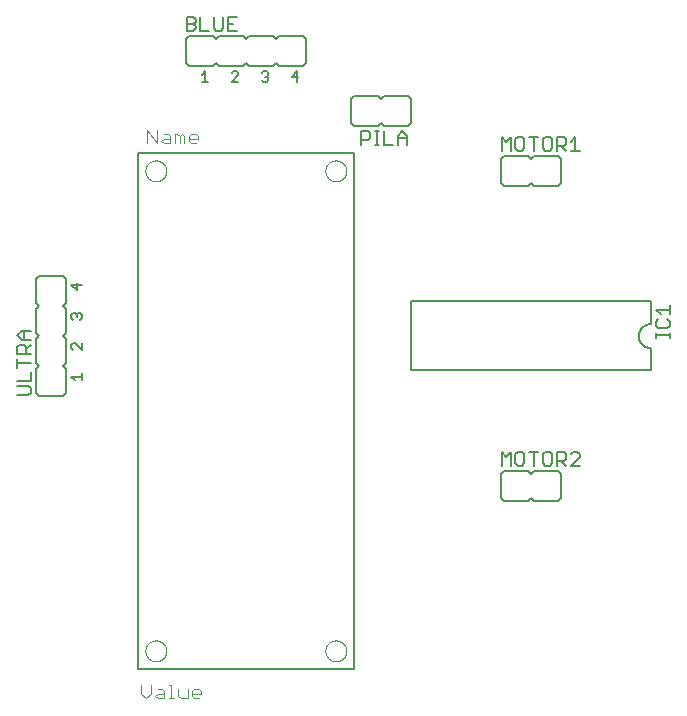
<source format=gto>
G75*
%MOIN*%
%OFA0B0*%
%FSLAX25Y25*%
%IPPOS*%
%LPD*%
%AMOC8*
5,1,8,0,0,1.08239X$1,22.5*
%
%ADD10C,0.00500*%
%ADD11C,0.00400*%
%ADD12C,0.00000*%
%ADD13C,0.00600*%
D10*
X0043167Y0031600D02*
X0043167Y0203600D01*
X0115167Y0203600D01*
X0115167Y0031600D01*
X0043167Y0031600D01*
X0006666Y0122850D02*
X0002913Y0122850D01*
X0002913Y0125853D02*
X0006666Y0125853D01*
X0007417Y0125102D01*
X0007417Y0123601D01*
X0006666Y0122850D01*
X0007417Y0127454D02*
X0002913Y0127454D01*
X0007417Y0127454D02*
X0007417Y0130456D01*
X0007417Y0133559D02*
X0002913Y0133559D01*
X0002913Y0132058D02*
X0002913Y0135060D01*
X0002913Y0136662D02*
X0002913Y0138914D01*
X0003663Y0139664D01*
X0005165Y0139664D01*
X0005915Y0138914D01*
X0005915Y0136662D01*
X0005915Y0138163D02*
X0007417Y0139664D01*
X0007417Y0141266D02*
X0004414Y0141266D01*
X0002913Y0142767D01*
X0004414Y0144268D01*
X0007417Y0144268D01*
X0005165Y0144268D02*
X0005165Y0141266D01*
X0007417Y0136662D02*
X0002913Y0136662D01*
X0021014Y0138417D02*
X0021581Y0137850D01*
X0021014Y0138417D02*
X0021014Y0139551D01*
X0021581Y0140119D01*
X0022148Y0140119D01*
X0024417Y0137850D01*
X0024417Y0140119D01*
X0023850Y0147850D02*
X0024417Y0148417D01*
X0024417Y0149551D01*
X0023850Y0150119D01*
X0023282Y0150119D01*
X0022715Y0149551D01*
X0022715Y0148984D01*
X0022715Y0149551D02*
X0022148Y0150119D01*
X0021581Y0150119D01*
X0021014Y0149551D01*
X0021014Y0148417D01*
X0021581Y0147850D01*
X0022715Y0157850D02*
X0022715Y0160119D01*
X0021014Y0159551D02*
X0022715Y0157850D01*
X0021014Y0159551D02*
X0024417Y0159551D01*
X0024417Y0130119D02*
X0024417Y0127850D01*
X0024417Y0128984D02*
X0021014Y0128984D01*
X0022148Y0127850D01*
X0117536Y0206350D02*
X0117536Y0210854D01*
X0119787Y0210854D01*
X0120538Y0210103D01*
X0120538Y0208602D01*
X0119787Y0207851D01*
X0117536Y0207851D01*
X0122139Y0206350D02*
X0123641Y0206350D01*
X0122890Y0206350D02*
X0122890Y0210854D01*
X0122139Y0210854D02*
X0123641Y0210854D01*
X0125209Y0210854D02*
X0125209Y0206350D01*
X0128211Y0206350D01*
X0129813Y0206350D02*
X0129813Y0209353D01*
X0131314Y0210854D01*
X0132815Y0209353D01*
X0132815Y0206350D01*
X0132815Y0208602D02*
X0129813Y0208602D01*
X0096118Y0227350D02*
X0096118Y0230753D01*
X0094417Y0229051D01*
X0096685Y0229051D01*
X0086685Y0228484D02*
X0086685Y0227917D01*
X0086118Y0227350D01*
X0084984Y0227350D01*
X0084417Y0227917D01*
X0085551Y0229051D02*
X0086118Y0229051D01*
X0086685Y0228484D01*
X0086118Y0229051D02*
X0086685Y0229619D01*
X0086685Y0230186D01*
X0086118Y0230753D01*
X0084984Y0230753D01*
X0084417Y0230186D01*
X0076685Y0230186D02*
X0076118Y0230753D01*
X0074984Y0230753D01*
X0074417Y0230186D01*
X0076685Y0230186D02*
X0076685Y0229619D01*
X0074417Y0227350D01*
X0076685Y0227350D01*
X0066685Y0227350D02*
X0064417Y0227350D01*
X0065551Y0227350D02*
X0065551Y0230753D01*
X0064417Y0229619D01*
X0064021Y0244350D02*
X0067023Y0244350D01*
X0068625Y0245101D02*
X0068625Y0248854D01*
X0071627Y0248854D02*
X0071627Y0245101D01*
X0070876Y0244350D01*
X0069375Y0244350D01*
X0068625Y0245101D01*
X0073228Y0244350D02*
X0076231Y0244350D01*
X0074730Y0246602D02*
X0073228Y0246602D01*
X0073228Y0248854D02*
X0073228Y0244350D01*
X0073228Y0248854D02*
X0076231Y0248854D01*
X0064021Y0248854D02*
X0064021Y0244350D01*
X0062419Y0245101D02*
X0061669Y0244350D01*
X0059417Y0244350D01*
X0059417Y0248854D01*
X0061669Y0248854D01*
X0062419Y0248103D01*
X0062419Y0247353D01*
X0061669Y0246602D01*
X0059417Y0246602D01*
X0061669Y0246602D02*
X0062419Y0245851D01*
X0062419Y0245101D01*
X0164417Y0208854D02*
X0164417Y0204350D01*
X0167419Y0204350D02*
X0167419Y0208854D01*
X0165918Y0207353D01*
X0164417Y0208854D01*
X0169021Y0208103D02*
X0169021Y0205101D01*
X0169771Y0204350D01*
X0171273Y0204350D01*
X0172023Y0205101D01*
X0172023Y0208103D01*
X0171273Y0208854D01*
X0169771Y0208854D01*
X0169021Y0208103D01*
X0173625Y0208854D02*
X0176627Y0208854D01*
X0175126Y0208854D02*
X0175126Y0204350D01*
X0178228Y0205101D02*
X0178228Y0208103D01*
X0178979Y0208854D01*
X0180480Y0208854D01*
X0181231Y0208103D01*
X0181231Y0205101D01*
X0180480Y0204350D01*
X0178979Y0204350D01*
X0178228Y0205101D01*
X0182832Y0205851D02*
X0185084Y0205851D01*
X0185835Y0206602D01*
X0185835Y0208103D01*
X0185084Y0208854D01*
X0182832Y0208854D01*
X0182832Y0204350D01*
X0184334Y0205851D02*
X0185835Y0204350D01*
X0187436Y0204350D02*
X0190439Y0204350D01*
X0188938Y0204350D02*
X0188938Y0208854D01*
X0187436Y0207353D01*
X0215913Y0151247D02*
X0220417Y0151247D01*
X0220417Y0149746D02*
X0220417Y0152749D01*
X0217414Y0149746D02*
X0215913Y0151247D01*
X0216663Y0148145D02*
X0215913Y0147394D01*
X0215913Y0145893D01*
X0216663Y0145142D01*
X0219666Y0145142D01*
X0220417Y0145893D01*
X0220417Y0147394D01*
X0219666Y0148145D01*
X0220417Y0143574D02*
X0220417Y0142073D01*
X0220417Y0142823D02*
X0215913Y0142823D01*
X0215913Y0142073D02*
X0215913Y0143574D01*
X0189688Y0103854D02*
X0188187Y0103854D01*
X0187436Y0103103D01*
X0185835Y0103103D02*
X0185084Y0103854D01*
X0182832Y0103854D01*
X0182832Y0099350D01*
X0182832Y0100851D02*
X0185084Y0100851D01*
X0185835Y0101602D01*
X0185835Y0103103D01*
X0184334Y0100851D02*
X0185835Y0099350D01*
X0187436Y0099350D02*
X0190439Y0102353D01*
X0190439Y0103103D01*
X0189688Y0103854D01*
X0190439Y0099350D02*
X0187436Y0099350D01*
X0181231Y0100101D02*
X0181231Y0103103D01*
X0180480Y0103854D01*
X0178979Y0103854D01*
X0178228Y0103103D01*
X0178228Y0100101D01*
X0178979Y0099350D01*
X0180480Y0099350D01*
X0181231Y0100101D01*
X0176627Y0103854D02*
X0173625Y0103854D01*
X0175126Y0103854D02*
X0175126Y0099350D01*
X0172023Y0100101D02*
X0172023Y0103103D01*
X0171273Y0103854D01*
X0169771Y0103854D01*
X0169021Y0103103D01*
X0169021Y0100101D01*
X0169771Y0099350D01*
X0171273Y0099350D01*
X0172023Y0100101D01*
X0167419Y0099350D02*
X0167419Y0103854D01*
X0165918Y0102353D01*
X0164417Y0103854D01*
X0164417Y0099350D01*
D11*
X0064317Y0024102D02*
X0064317Y0023335D01*
X0061248Y0023335D01*
X0061248Y0024102D02*
X0062015Y0024869D01*
X0063550Y0024869D01*
X0064317Y0024102D01*
X0063550Y0021800D02*
X0062015Y0021800D01*
X0061248Y0022567D01*
X0061248Y0024102D01*
X0059713Y0024869D02*
X0059713Y0021800D01*
X0057411Y0021800D01*
X0056644Y0022567D01*
X0056644Y0024869D01*
X0054342Y0026404D02*
X0054342Y0021800D01*
X0053575Y0021800D02*
X0055109Y0021800D01*
X0052040Y0021800D02*
X0052040Y0024102D01*
X0051273Y0024869D01*
X0049738Y0024869D01*
X0049738Y0023335D02*
X0052040Y0023335D01*
X0052040Y0021800D02*
X0049738Y0021800D01*
X0048971Y0022567D01*
X0049738Y0023335D01*
X0047436Y0023335D02*
X0047436Y0026404D01*
X0044367Y0026404D02*
X0044367Y0023335D01*
X0045901Y0021800D01*
X0047436Y0023335D01*
X0053575Y0026404D02*
X0054342Y0026404D01*
X0054040Y0206800D02*
X0051738Y0206800D01*
X0050971Y0207567D01*
X0051738Y0208335D01*
X0054040Y0208335D01*
X0054040Y0209102D02*
X0054040Y0206800D01*
X0055575Y0206800D02*
X0055575Y0209869D01*
X0056342Y0209869D01*
X0057109Y0209102D01*
X0057876Y0209869D01*
X0058644Y0209102D01*
X0058644Y0206800D01*
X0057109Y0206800D02*
X0057109Y0209102D01*
X0054040Y0209102D02*
X0053273Y0209869D01*
X0051738Y0209869D01*
X0049436Y0211404D02*
X0049436Y0206800D01*
X0046367Y0211404D01*
X0046367Y0206800D01*
X0060178Y0207567D02*
X0060178Y0209102D01*
X0060946Y0209869D01*
X0062480Y0209869D01*
X0063248Y0209102D01*
X0063248Y0208335D01*
X0060178Y0208335D01*
X0060178Y0207567D02*
X0060946Y0206800D01*
X0062480Y0206800D01*
D12*
X0045667Y0197600D02*
X0045669Y0197718D01*
X0045675Y0197836D01*
X0045685Y0197954D01*
X0045699Y0198071D01*
X0045717Y0198188D01*
X0045739Y0198305D01*
X0045764Y0198420D01*
X0045794Y0198534D01*
X0045828Y0198648D01*
X0045865Y0198760D01*
X0045906Y0198871D01*
X0045951Y0198980D01*
X0045999Y0199088D01*
X0046051Y0199194D01*
X0046107Y0199299D01*
X0046166Y0199401D01*
X0046228Y0199501D01*
X0046294Y0199599D01*
X0046363Y0199695D01*
X0046436Y0199789D01*
X0046511Y0199880D01*
X0046590Y0199968D01*
X0046671Y0200054D01*
X0046756Y0200137D01*
X0046843Y0200217D01*
X0046932Y0200294D01*
X0047025Y0200368D01*
X0047119Y0200438D01*
X0047216Y0200506D01*
X0047316Y0200570D01*
X0047417Y0200631D01*
X0047520Y0200688D01*
X0047626Y0200742D01*
X0047733Y0200793D01*
X0047841Y0200839D01*
X0047951Y0200882D01*
X0048063Y0200921D01*
X0048176Y0200957D01*
X0048290Y0200988D01*
X0048405Y0201016D01*
X0048520Y0201040D01*
X0048637Y0201060D01*
X0048754Y0201076D01*
X0048872Y0201088D01*
X0048990Y0201096D01*
X0049108Y0201100D01*
X0049226Y0201100D01*
X0049344Y0201096D01*
X0049462Y0201088D01*
X0049580Y0201076D01*
X0049697Y0201060D01*
X0049814Y0201040D01*
X0049929Y0201016D01*
X0050044Y0200988D01*
X0050158Y0200957D01*
X0050271Y0200921D01*
X0050383Y0200882D01*
X0050493Y0200839D01*
X0050601Y0200793D01*
X0050708Y0200742D01*
X0050814Y0200688D01*
X0050917Y0200631D01*
X0051018Y0200570D01*
X0051118Y0200506D01*
X0051215Y0200438D01*
X0051309Y0200368D01*
X0051402Y0200294D01*
X0051491Y0200217D01*
X0051578Y0200137D01*
X0051663Y0200054D01*
X0051744Y0199968D01*
X0051823Y0199880D01*
X0051898Y0199789D01*
X0051971Y0199695D01*
X0052040Y0199599D01*
X0052106Y0199501D01*
X0052168Y0199401D01*
X0052227Y0199299D01*
X0052283Y0199194D01*
X0052335Y0199088D01*
X0052383Y0198980D01*
X0052428Y0198871D01*
X0052469Y0198760D01*
X0052506Y0198648D01*
X0052540Y0198534D01*
X0052570Y0198420D01*
X0052595Y0198305D01*
X0052617Y0198188D01*
X0052635Y0198071D01*
X0052649Y0197954D01*
X0052659Y0197836D01*
X0052665Y0197718D01*
X0052667Y0197600D01*
X0052665Y0197482D01*
X0052659Y0197364D01*
X0052649Y0197246D01*
X0052635Y0197129D01*
X0052617Y0197012D01*
X0052595Y0196895D01*
X0052570Y0196780D01*
X0052540Y0196666D01*
X0052506Y0196552D01*
X0052469Y0196440D01*
X0052428Y0196329D01*
X0052383Y0196220D01*
X0052335Y0196112D01*
X0052283Y0196006D01*
X0052227Y0195901D01*
X0052168Y0195799D01*
X0052106Y0195699D01*
X0052040Y0195601D01*
X0051971Y0195505D01*
X0051898Y0195411D01*
X0051823Y0195320D01*
X0051744Y0195232D01*
X0051663Y0195146D01*
X0051578Y0195063D01*
X0051491Y0194983D01*
X0051402Y0194906D01*
X0051309Y0194832D01*
X0051215Y0194762D01*
X0051118Y0194694D01*
X0051018Y0194630D01*
X0050917Y0194569D01*
X0050814Y0194512D01*
X0050708Y0194458D01*
X0050601Y0194407D01*
X0050493Y0194361D01*
X0050383Y0194318D01*
X0050271Y0194279D01*
X0050158Y0194243D01*
X0050044Y0194212D01*
X0049929Y0194184D01*
X0049814Y0194160D01*
X0049697Y0194140D01*
X0049580Y0194124D01*
X0049462Y0194112D01*
X0049344Y0194104D01*
X0049226Y0194100D01*
X0049108Y0194100D01*
X0048990Y0194104D01*
X0048872Y0194112D01*
X0048754Y0194124D01*
X0048637Y0194140D01*
X0048520Y0194160D01*
X0048405Y0194184D01*
X0048290Y0194212D01*
X0048176Y0194243D01*
X0048063Y0194279D01*
X0047951Y0194318D01*
X0047841Y0194361D01*
X0047733Y0194407D01*
X0047626Y0194458D01*
X0047520Y0194512D01*
X0047417Y0194569D01*
X0047316Y0194630D01*
X0047216Y0194694D01*
X0047119Y0194762D01*
X0047025Y0194832D01*
X0046932Y0194906D01*
X0046843Y0194983D01*
X0046756Y0195063D01*
X0046671Y0195146D01*
X0046590Y0195232D01*
X0046511Y0195320D01*
X0046436Y0195411D01*
X0046363Y0195505D01*
X0046294Y0195601D01*
X0046228Y0195699D01*
X0046166Y0195799D01*
X0046107Y0195901D01*
X0046051Y0196006D01*
X0045999Y0196112D01*
X0045951Y0196220D01*
X0045906Y0196329D01*
X0045865Y0196440D01*
X0045828Y0196552D01*
X0045794Y0196666D01*
X0045764Y0196780D01*
X0045739Y0196895D01*
X0045717Y0197012D01*
X0045699Y0197129D01*
X0045685Y0197246D01*
X0045675Y0197364D01*
X0045669Y0197482D01*
X0045667Y0197600D01*
X0105667Y0197600D02*
X0105669Y0197718D01*
X0105675Y0197836D01*
X0105685Y0197954D01*
X0105699Y0198071D01*
X0105717Y0198188D01*
X0105739Y0198305D01*
X0105764Y0198420D01*
X0105794Y0198534D01*
X0105828Y0198648D01*
X0105865Y0198760D01*
X0105906Y0198871D01*
X0105951Y0198980D01*
X0105999Y0199088D01*
X0106051Y0199194D01*
X0106107Y0199299D01*
X0106166Y0199401D01*
X0106228Y0199501D01*
X0106294Y0199599D01*
X0106363Y0199695D01*
X0106436Y0199789D01*
X0106511Y0199880D01*
X0106590Y0199968D01*
X0106671Y0200054D01*
X0106756Y0200137D01*
X0106843Y0200217D01*
X0106932Y0200294D01*
X0107025Y0200368D01*
X0107119Y0200438D01*
X0107216Y0200506D01*
X0107316Y0200570D01*
X0107417Y0200631D01*
X0107520Y0200688D01*
X0107626Y0200742D01*
X0107733Y0200793D01*
X0107841Y0200839D01*
X0107951Y0200882D01*
X0108063Y0200921D01*
X0108176Y0200957D01*
X0108290Y0200988D01*
X0108405Y0201016D01*
X0108520Y0201040D01*
X0108637Y0201060D01*
X0108754Y0201076D01*
X0108872Y0201088D01*
X0108990Y0201096D01*
X0109108Y0201100D01*
X0109226Y0201100D01*
X0109344Y0201096D01*
X0109462Y0201088D01*
X0109580Y0201076D01*
X0109697Y0201060D01*
X0109814Y0201040D01*
X0109929Y0201016D01*
X0110044Y0200988D01*
X0110158Y0200957D01*
X0110271Y0200921D01*
X0110383Y0200882D01*
X0110493Y0200839D01*
X0110601Y0200793D01*
X0110708Y0200742D01*
X0110814Y0200688D01*
X0110917Y0200631D01*
X0111018Y0200570D01*
X0111118Y0200506D01*
X0111215Y0200438D01*
X0111309Y0200368D01*
X0111402Y0200294D01*
X0111491Y0200217D01*
X0111578Y0200137D01*
X0111663Y0200054D01*
X0111744Y0199968D01*
X0111823Y0199880D01*
X0111898Y0199789D01*
X0111971Y0199695D01*
X0112040Y0199599D01*
X0112106Y0199501D01*
X0112168Y0199401D01*
X0112227Y0199299D01*
X0112283Y0199194D01*
X0112335Y0199088D01*
X0112383Y0198980D01*
X0112428Y0198871D01*
X0112469Y0198760D01*
X0112506Y0198648D01*
X0112540Y0198534D01*
X0112570Y0198420D01*
X0112595Y0198305D01*
X0112617Y0198188D01*
X0112635Y0198071D01*
X0112649Y0197954D01*
X0112659Y0197836D01*
X0112665Y0197718D01*
X0112667Y0197600D01*
X0112665Y0197482D01*
X0112659Y0197364D01*
X0112649Y0197246D01*
X0112635Y0197129D01*
X0112617Y0197012D01*
X0112595Y0196895D01*
X0112570Y0196780D01*
X0112540Y0196666D01*
X0112506Y0196552D01*
X0112469Y0196440D01*
X0112428Y0196329D01*
X0112383Y0196220D01*
X0112335Y0196112D01*
X0112283Y0196006D01*
X0112227Y0195901D01*
X0112168Y0195799D01*
X0112106Y0195699D01*
X0112040Y0195601D01*
X0111971Y0195505D01*
X0111898Y0195411D01*
X0111823Y0195320D01*
X0111744Y0195232D01*
X0111663Y0195146D01*
X0111578Y0195063D01*
X0111491Y0194983D01*
X0111402Y0194906D01*
X0111309Y0194832D01*
X0111215Y0194762D01*
X0111118Y0194694D01*
X0111018Y0194630D01*
X0110917Y0194569D01*
X0110814Y0194512D01*
X0110708Y0194458D01*
X0110601Y0194407D01*
X0110493Y0194361D01*
X0110383Y0194318D01*
X0110271Y0194279D01*
X0110158Y0194243D01*
X0110044Y0194212D01*
X0109929Y0194184D01*
X0109814Y0194160D01*
X0109697Y0194140D01*
X0109580Y0194124D01*
X0109462Y0194112D01*
X0109344Y0194104D01*
X0109226Y0194100D01*
X0109108Y0194100D01*
X0108990Y0194104D01*
X0108872Y0194112D01*
X0108754Y0194124D01*
X0108637Y0194140D01*
X0108520Y0194160D01*
X0108405Y0194184D01*
X0108290Y0194212D01*
X0108176Y0194243D01*
X0108063Y0194279D01*
X0107951Y0194318D01*
X0107841Y0194361D01*
X0107733Y0194407D01*
X0107626Y0194458D01*
X0107520Y0194512D01*
X0107417Y0194569D01*
X0107316Y0194630D01*
X0107216Y0194694D01*
X0107119Y0194762D01*
X0107025Y0194832D01*
X0106932Y0194906D01*
X0106843Y0194983D01*
X0106756Y0195063D01*
X0106671Y0195146D01*
X0106590Y0195232D01*
X0106511Y0195320D01*
X0106436Y0195411D01*
X0106363Y0195505D01*
X0106294Y0195601D01*
X0106228Y0195699D01*
X0106166Y0195799D01*
X0106107Y0195901D01*
X0106051Y0196006D01*
X0105999Y0196112D01*
X0105951Y0196220D01*
X0105906Y0196329D01*
X0105865Y0196440D01*
X0105828Y0196552D01*
X0105794Y0196666D01*
X0105764Y0196780D01*
X0105739Y0196895D01*
X0105717Y0197012D01*
X0105699Y0197129D01*
X0105685Y0197246D01*
X0105675Y0197364D01*
X0105669Y0197482D01*
X0105667Y0197600D01*
X0105667Y0037600D02*
X0105669Y0037718D01*
X0105675Y0037836D01*
X0105685Y0037954D01*
X0105699Y0038071D01*
X0105717Y0038188D01*
X0105739Y0038305D01*
X0105764Y0038420D01*
X0105794Y0038534D01*
X0105828Y0038648D01*
X0105865Y0038760D01*
X0105906Y0038871D01*
X0105951Y0038980D01*
X0105999Y0039088D01*
X0106051Y0039194D01*
X0106107Y0039299D01*
X0106166Y0039401D01*
X0106228Y0039501D01*
X0106294Y0039599D01*
X0106363Y0039695D01*
X0106436Y0039789D01*
X0106511Y0039880D01*
X0106590Y0039968D01*
X0106671Y0040054D01*
X0106756Y0040137D01*
X0106843Y0040217D01*
X0106932Y0040294D01*
X0107025Y0040368D01*
X0107119Y0040438D01*
X0107216Y0040506D01*
X0107316Y0040570D01*
X0107417Y0040631D01*
X0107520Y0040688D01*
X0107626Y0040742D01*
X0107733Y0040793D01*
X0107841Y0040839D01*
X0107951Y0040882D01*
X0108063Y0040921D01*
X0108176Y0040957D01*
X0108290Y0040988D01*
X0108405Y0041016D01*
X0108520Y0041040D01*
X0108637Y0041060D01*
X0108754Y0041076D01*
X0108872Y0041088D01*
X0108990Y0041096D01*
X0109108Y0041100D01*
X0109226Y0041100D01*
X0109344Y0041096D01*
X0109462Y0041088D01*
X0109580Y0041076D01*
X0109697Y0041060D01*
X0109814Y0041040D01*
X0109929Y0041016D01*
X0110044Y0040988D01*
X0110158Y0040957D01*
X0110271Y0040921D01*
X0110383Y0040882D01*
X0110493Y0040839D01*
X0110601Y0040793D01*
X0110708Y0040742D01*
X0110814Y0040688D01*
X0110917Y0040631D01*
X0111018Y0040570D01*
X0111118Y0040506D01*
X0111215Y0040438D01*
X0111309Y0040368D01*
X0111402Y0040294D01*
X0111491Y0040217D01*
X0111578Y0040137D01*
X0111663Y0040054D01*
X0111744Y0039968D01*
X0111823Y0039880D01*
X0111898Y0039789D01*
X0111971Y0039695D01*
X0112040Y0039599D01*
X0112106Y0039501D01*
X0112168Y0039401D01*
X0112227Y0039299D01*
X0112283Y0039194D01*
X0112335Y0039088D01*
X0112383Y0038980D01*
X0112428Y0038871D01*
X0112469Y0038760D01*
X0112506Y0038648D01*
X0112540Y0038534D01*
X0112570Y0038420D01*
X0112595Y0038305D01*
X0112617Y0038188D01*
X0112635Y0038071D01*
X0112649Y0037954D01*
X0112659Y0037836D01*
X0112665Y0037718D01*
X0112667Y0037600D01*
X0112665Y0037482D01*
X0112659Y0037364D01*
X0112649Y0037246D01*
X0112635Y0037129D01*
X0112617Y0037012D01*
X0112595Y0036895D01*
X0112570Y0036780D01*
X0112540Y0036666D01*
X0112506Y0036552D01*
X0112469Y0036440D01*
X0112428Y0036329D01*
X0112383Y0036220D01*
X0112335Y0036112D01*
X0112283Y0036006D01*
X0112227Y0035901D01*
X0112168Y0035799D01*
X0112106Y0035699D01*
X0112040Y0035601D01*
X0111971Y0035505D01*
X0111898Y0035411D01*
X0111823Y0035320D01*
X0111744Y0035232D01*
X0111663Y0035146D01*
X0111578Y0035063D01*
X0111491Y0034983D01*
X0111402Y0034906D01*
X0111309Y0034832D01*
X0111215Y0034762D01*
X0111118Y0034694D01*
X0111018Y0034630D01*
X0110917Y0034569D01*
X0110814Y0034512D01*
X0110708Y0034458D01*
X0110601Y0034407D01*
X0110493Y0034361D01*
X0110383Y0034318D01*
X0110271Y0034279D01*
X0110158Y0034243D01*
X0110044Y0034212D01*
X0109929Y0034184D01*
X0109814Y0034160D01*
X0109697Y0034140D01*
X0109580Y0034124D01*
X0109462Y0034112D01*
X0109344Y0034104D01*
X0109226Y0034100D01*
X0109108Y0034100D01*
X0108990Y0034104D01*
X0108872Y0034112D01*
X0108754Y0034124D01*
X0108637Y0034140D01*
X0108520Y0034160D01*
X0108405Y0034184D01*
X0108290Y0034212D01*
X0108176Y0034243D01*
X0108063Y0034279D01*
X0107951Y0034318D01*
X0107841Y0034361D01*
X0107733Y0034407D01*
X0107626Y0034458D01*
X0107520Y0034512D01*
X0107417Y0034569D01*
X0107316Y0034630D01*
X0107216Y0034694D01*
X0107119Y0034762D01*
X0107025Y0034832D01*
X0106932Y0034906D01*
X0106843Y0034983D01*
X0106756Y0035063D01*
X0106671Y0035146D01*
X0106590Y0035232D01*
X0106511Y0035320D01*
X0106436Y0035411D01*
X0106363Y0035505D01*
X0106294Y0035601D01*
X0106228Y0035699D01*
X0106166Y0035799D01*
X0106107Y0035901D01*
X0106051Y0036006D01*
X0105999Y0036112D01*
X0105951Y0036220D01*
X0105906Y0036329D01*
X0105865Y0036440D01*
X0105828Y0036552D01*
X0105794Y0036666D01*
X0105764Y0036780D01*
X0105739Y0036895D01*
X0105717Y0037012D01*
X0105699Y0037129D01*
X0105685Y0037246D01*
X0105675Y0037364D01*
X0105669Y0037482D01*
X0105667Y0037600D01*
X0045667Y0037600D02*
X0045669Y0037718D01*
X0045675Y0037836D01*
X0045685Y0037954D01*
X0045699Y0038071D01*
X0045717Y0038188D01*
X0045739Y0038305D01*
X0045764Y0038420D01*
X0045794Y0038534D01*
X0045828Y0038648D01*
X0045865Y0038760D01*
X0045906Y0038871D01*
X0045951Y0038980D01*
X0045999Y0039088D01*
X0046051Y0039194D01*
X0046107Y0039299D01*
X0046166Y0039401D01*
X0046228Y0039501D01*
X0046294Y0039599D01*
X0046363Y0039695D01*
X0046436Y0039789D01*
X0046511Y0039880D01*
X0046590Y0039968D01*
X0046671Y0040054D01*
X0046756Y0040137D01*
X0046843Y0040217D01*
X0046932Y0040294D01*
X0047025Y0040368D01*
X0047119Y0040438D01*
X0047216Y0040506D01*
X0047316Y0040570D01*
X0047417Y0040631D01*
X0047520Y0040688D01*
X0047626Y0040742D01*
X0047733Y0040793D01*
X0047841Y0040839D01*
X0047951Y0040882D01*
X0048063Y0040921D01*
X0048176Y0040957D01*
X0048290Y0040988D01*
X0048405Y0041016D01*
X0048520Y0041040D01*
X0048637Y0041060D01*
X0048754Y0041076D01*
X0048872Y0041088D01*
X0048990Y0041096D01*
X0049108Y0041100D01*
X0049226Y0041100D01*
X0049344Y0041096D01*
X0049462Y0041088D01*
X0049580Y0041076D01*
X0049697Y0041060D01*
X0049814Y0041040D01*
X0049929Y0041016D01*
X0050044Y0040988D01*
X0050158Y0040957D01*
X0050271Y0040921D01*
X0050383Y0040882D01*
X0050493Y0040839D01*
X0050601Y0040793D01*
X0050708Y0040742D01*
X0050814Y0040688D01*
X0050917Y0040631D01*
X0051018Y0040570D01*
X0051118Y0040506D01*
X0051215Y0040438D01*
X0051309Y0040368D01*
X0051402Y0040294D01*
X0051491Y0040217D01*
X0051578Y0040137D01*
X0051663Y0040054D01*
X0051744Y0039968D01*
X0051823Y0039880D01*
X0051898Y0039789D01*
X0051971Y0039695D01*
X0052040Y0039599D01*
X0052106Y0039501D01*
X0052168Y0039401D01*
X0052227Y0039299D01*
X0052283Y0039194D01*
X0052335Y0039088D01*
X0052383Y0038980D01*
X0052428Y0038871D01*
X0052469Y0038760D01*
X0052506Y0038648D01*
X0052540Y0038534D01*
X0052570Y0038420D01*
X0052595Y0038305D01*
X0052617Y0038188D01*
X0052635Y0038071D01*
X0052649Y0037954D01*
X0052659Y0037836D01*
X0052665Y0037718D01*
X0052667Y0037600D01*
X0052665Y0037482D01*
X0052659Y0037364D01*
X0052649Y0037246D01*
X0052635Y0037129D01*
X0052617Y0037012D01*
X0052595Y0036895D01*
X0052570Y0036780D01*
X0052540Y0036666D01*
X0052506Y0036552D01*
X0052469Y0036440D01*
X0052428Y0036329D01*
X0052383Y0036220D01*
X0052335Y0036112D01*
X0052283Y0036006D01*
X0052227Y0035901D01*
X0052168Y0035799D01*
X0052106Y0035699D01*
X0052040Y0035601D01*
X0051971Y0035505D01*
X0051898Y0035411D01*
X0051823Y0035320D01*
X0051744Y0035232D01*
X0051663Y0035146D01*
X0051578Y0035063D01*
X0051491Y0034983D01*
X0051402Y0034906D01*
X0051309Y0034832D01*
X0051215Y0034762D01*
X0051118Y0034694D01*
X0051018Y0034630D01*
X0050917Y0034569D01*
X0050814Y0034512D01*
X0050708Y0034458D01*
X0050601Y0034407D01*
X0050493Y0034361D01*
X0050383Y0034318D01*
X0050271Y0034279D01*
X0050158Y0034243D01*
X0050044Y0034212D01*
X0049929Y0034184D01*
X0049814Y0034160D01*
X0049697Y0034140D01*
X0049580Y0034124D01*
X0049462Y0034112D01*
X0049344Y0034104D01*
X0049226Y0034100D01*
X0049108Y0034100D01*
X0048990Y0034104D01*
X0048872Y0034112D01*
X0048754Y0034124D01*
X0048637Y0034140D01*
X0048520Y0034160D01*
X0048405Y0034184D01*
X0048290Y0034212D01*
X0048176Y0034243D01*
X0048063Y0034279D01*
X0047951Y0034318D01*
X0047841Y0034361D01*
X0047733Y0034407D01*
X0047626Y0034458D01*
X0047520Y0034512D01*
X0047417Y0034569D01*
X0047316Y0034630D01*
X0047216Y0034694D01*
X0047119Y0034762D01*
X0047025Y0034832D01*
X0046932Y0034906D01*
X0046843Y0034983D01*
X0046756Y0035063D01*
X0046671Y0035146D01*
X0046590Y0035232D01*
X0046511Y0035320D01*
X0046436Y0035411D01*
X0046363Y0035505D01*
X0046294Y0035601D01*
X0046228Y0035699D01*
X0046166Y0035799D01*
X0046107Y0035901D01*
X0046051Y0036006D01*
X0045999Y0036112D01*
X0045951Y0036220D01*
X0045906Y0036329D01*
X0045865Y0036440D01*
X0045828Y0036552D01*
X0045794Y0036666D01*
X0045764Y0036780D01*
X0045739Y0036895D01*
X0045717Y0037012D01*
X0045699Y0037129D01*
X0045685Y0037246D01*
X0045675Y0037364D01*
X0045669Y0037482D01*
X0045667Y0037600D01*
D13*
X0018167Y0122600D02*
X0010167Y0122600D01*
X0009167Y0123600D01*
X0009167Y0131600D01*
X0010167Y0132600D01*
X0009167Y0133600D01*
X0009167Y0141600D01*
X0010167Y0142600D01*
X0009167Y0143600D01*
X0009167Y0151600D01*
X0010167Y0152600D01*
X0009167Y0153600D01*
X0009167Y0161600D01*
X0010167Y0162600D01*
X0018167Y0162600D01*
X0019167Y0161600D01*
X0019167Y0153600D01*
X0018167Y0152600D01*
X0019167Y0151600D01*
X0019167Y0143600D01*
X0018167Y0142600D01*
X0019167Y0141600D01*
X0019167Y0133600D01*
X0018167Y0132600D01*
X0019167Y0131600D01*
X0019167Y0123600D01*
X0018167Y0122600D01*
X0114167Y0213600D02*
X0114167Y0221600D01*
X0115167Y0222600D01*
X0123167Y0222600D01*
X0124167Y0221600D01*
X0125167Y0222600D01*
X0133167Y0222600D01*
X0134167Y0221600D01*
X0134167Y0213600D01*
X0133167Y0212600D01*
X0125167Y0212600D01*
X0124167Y0213600D01*
X0123167Y0212600D01*
X0115167Y0212600D01*
X0114167Y0213600D01*
X0098167Y0232600D02*
X0090167Y0232600D01*
X0089167Y0233600D01*
X0088167Y0232600D01*
X0080167Y0232600D01*
X0079167Y0233600D01*
X0078167Y0232600D01*
X0070167Y0232600D01*
X0069167Y0233600D01*
X0068167Y0232600D01*
X0060167Y0232600D01*
X0059167Y0233600D01*
X0059167Y0241600D01*
X0060167Y0242600D01*
X0068167Y0242600D01*
X0069167Y0241600D01*
X0070167Y0242600D01*
X0078167Y0242600D01*
X0079167Y0241600D01*
X0080167Y0242600D01*
X0088167Y0242600D01*
X0089167Y0241600D01*
X0090167Y0242600D01*
X0098167Y0242600D01*
X0099167Y0241600D01*
X0099167Y0233600D01*
X0098167Y0232600D01*
X0164167Y0201600D02*
X0164167Y0193600D01*
X0165167Y0192600D01*
X0173167Y0192600D01*
X0174167Y0193600D01*
X0175167Y0192600D01*
X0183167Y0192600D01*
X0184167Y0193600D01*
X0184167Y0201600D01*
X0183167Y0202600D01*
X0175167Y0202600D01*
X0174167Y0201600D01*
X0173167Y0202600D01*
X0165167Y0202600D01*
X0164167Y0201600D01*
X0134167Y0154100D02*
X0134167Y0131100D01*
X0214167Y0131100D01*
X0214167Y0138600D01*
X0214041Y0138602D01*
X0213916Y0138608D01*
X0213791Y0138618D01*
X0213666Y0138632D01*
X0213541Y0138649D01*
X0213417Y0138671D01*
X0213294Y0138696D01*
X0213172Y0138726D01*
X0213051Y0138759D01*
X0212931Y0138796D01*
X0212812Y0138836D01*
X0212695Y0138881D01*
X0212578Y0138929D01*
X0212464Y0138981D01*
X0212351Y0139036D01*
X0212240Y0139095D01*
X0212131Y0139157D01*
X0212024Y0139223D01*
X0211919Y0139292D01*
X0211816Y0139364D01*
X0211715Y0139439D01*
X0211617Y0139518D01*
X0211522Y0139600D01*
X0211429Y0139684D01*
X0211339Y0139772D01*
X0211251Y0139862D01*
X0211167Y0139955D01*
X0211085Y0140050D01*
X0211006Y0140148D01*
X0210931Y0140249D01*
X0210859Y0140352D01*
X0210790Y0140457D01*
X0210724Y0140564D01*
X0210662Y0140673D01*
X0210603Y0140784D01*
X0210548Y0140897D01*
X0210496Y0141011D01*
X0210448Y0141128D01*
X0210403Y0141245D01*
X0210363Y0141364D01*
X0210326Y0141484D01*
X0210293Y0141605D01*
X0210263Y0141727D01*
X0210238Y0141850D01*
X0210216Y0141974D01*
X0210199Y0142099D01*
X0210185Y0142224D01*
X0210175Y0142349D01*
X0210169Y0142474D01*
X0210167Y0142600D01*
X0210169Y0142726D01*
X0210175Y0142851D01*
X0210185Y0142976D01*
X0210199Y0143101D01*
X0210216Y0143226D01*
X0210238Y0143350D01*
X0210263Y0143473D01*
X0210293Y0143595D01*
X0210326Y0143716D01*
X0210363Y0143836D01*
X0210403Y0143955D01*
X0210448Y0144072D01*
X0210496Y0144189D01*
X0210548Y0144303D01*
X0210603Y0144416D01*
X0210662Y0144527D01*
X0210724Y0144636D01*
X0210790Y0144743D01*
X0210859Y0144848D01*
X0210931Y0144951D01*
X0211006Y0145052D01*
X0211085Y0145150D01*
X0211167Y0145245D01*
X0211251Y0145338D01*
X0211339Y0145428D01*
X0211429Y0145516D01*
X0211522Y0145600D01*
X0211617Y0145682D01*
X0211715Y0145761D01*
X0211816Y0145836D01*
X0211919Y0145908D01*
X0212024Y0145977D01*
X0212131Y0146043D01*
X0212240Y0146105D01*
X0212351Y0146164D01*
X0212464Y0146219D01*
X0212578Y0146271D01*
X0212695Y0146319D01*
X0212812Y0146364D01*
X0212931Y0146404D01*
X0213051Y0146441D01*
X0213172Y0146474D01*
X0213294Y0146504D01*
X0213417Y0146529D01*
X0213541Y0146551D01*
X0213666Y0146568D01*
X0213791Y0146582D01*
X0213916Y0146592D01*
X0214041Y0146598D01*
X0214167Y0146600D01*
X0214167Y0154100D01*
X0134167Y0154100D01*
X0165167Y0097600D02*
X0164167Y0096600D01*
X0164167Y0088600D01*
X0165167Y0087600D01*
X0173167Y0087600D01*
X0174167Y0088600D01*
X0175167Y0087600D01*
X0183167Y0087600D01*
X0184167Y0088600D01*
X0184167Y0096600D01*
X0183167Y0097600D01*
X0175167Y0097600D01*
X0174167Y0096600D01*
X0173167Y0097600D01*
X0165167Y0097600D01*
M02*

</source>
